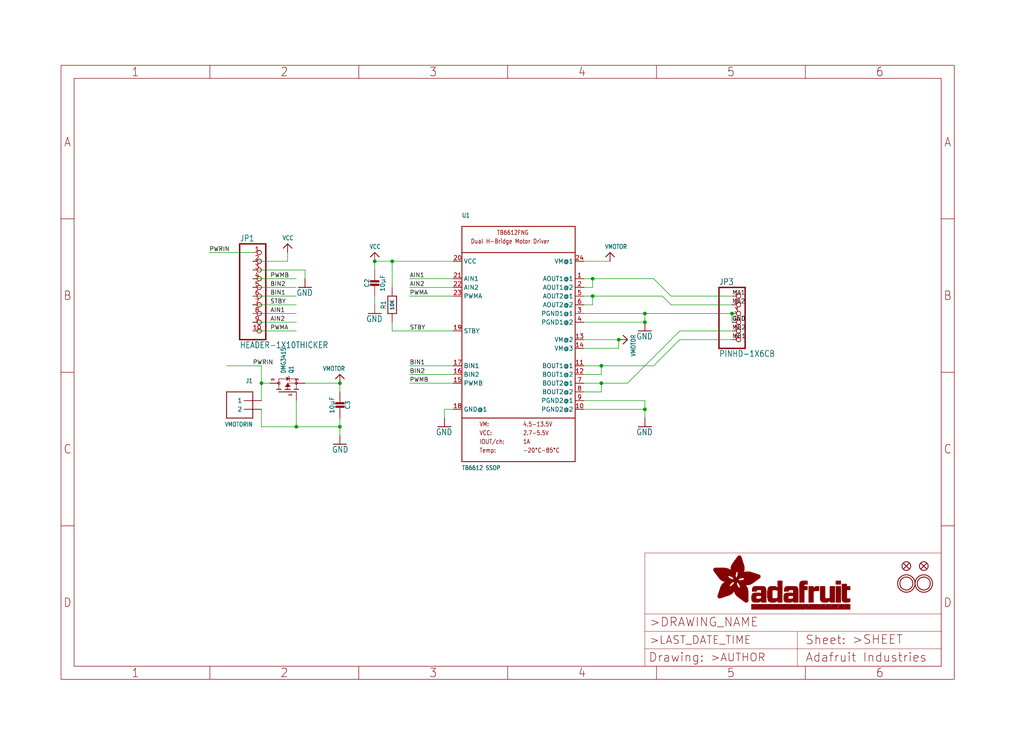
<source format=kicad_sch>
(kicad_sch (version 20211123) (generator eeschema)
  (paper "User" 298.45 217.881)
  (lib_symbols
    (symbol "eagleSchem-eagle-import:CAP_CERAMIC0805-NOOUTLINE"
      (property "Reference" "C" (at -2.29 1.25 90))
      (property "Value" "CAP_CERAMIC0805-NOOUTLINE" (at 2.3 1.25 90))
      (symbol "CAP_CERAMIC0805-NOOUTLINE_1_0"
        (pin passive line (at 0 5.08 270) (length 2.54) (name "1") (number "1"))
        (pin passive line (at 0 -2.54 90) (length 2.54) (name "2") (number "2"))
      )
    )
    (symbol "eagleSchem-eagle-import:FIDUCIAL{dblquote}{dblquote}")
    (symbol "eagleSchem-eagle-import:FRAME_A4_ADAFRUIT"
      (symbol "FRAME_A4_ADAFRUIT_0_0"
        (text "1" (at 21.6958 1.905 0) (effects (font (size 2.54 2.286))))
        (text "1" (at 21.6958 177.165 0) (effects (font (size 2.54 2.286))))
        (text "2" (at 65.0875 1.905 0) (effects (font (size 2.54 2.286))))
        (text "2" (at 65.0875 177.165 0) (effects (font (size 2.54 2.286))))
        (text "3" (at 108.4792 1.905 0) (effects (font (size 2.54 2.286))))
        (text "3" (at 108.4792 177.165 0) (effects (font (size 2.54 2.286))))
        (text "4" (at 151.8708 1.905 0) (effects (font (size 2.54 2.286))))
        (text "4" (at 151.8708 177.165 0) (effects (font (size 2.54 2.286))))
        (text "5" (at 195.2625 1.905 0) (effects (font (size 2.54 2.286))))
        (text "5" (at 195.2625 177.165 0) (effects (font (size 2.54 2.286))))
        (text "6" (at 238.6542 1.905 0) (effects (font (size 2.54 2.286))))
        (text "6" (at 238.6542 177.165 0) (effects (font (size 2.54 2.286))))
        (text "A" (at 1.905 156.6863 0) (effects (font (size 2.54 2.286))))
        (text "A" (at 258.445 156.6863 0) (effects (font (size 2.54 2.286))))
        (text "B" (at 1.905 111.9188 0) (effects (font (size 2.54 2.286))))
        (text "B" (at 258.445 111.9188 0) (effects (font (size 2.54 2.286))))
        (text "C" (at 1.905 67.1513 0) (effects (font (size 2.54 2.286))))
        (text "C" (at 258.445 67.1513 0) (effects (font (size 2.54 2.286))))
        (text "D" (at 1.905 22.3838 0) (effects (font (size 2.54 2.286))))
        (text "D" (at 258.445 22.3838 0) (effects (font (size 2.54 2.286))))
      )
      (symbol "FRAME_A4_ADAFRUIT_1_0"
        (text ">AUTHOR" (at 189.23 5.08 0) (effects (font (size 2.286 2.286)) (justify left bottom)))
        (text ">DRAWING_NAME" (at 171.45 15.24 0) (effects (font (size 2.54 2.54)) (justify left bottom)))
        (text ">LAST_DATE_TIME" (at 171.45 10.16 0) (effects (font (size 2.286 2.286)) (justify left bottom)))
        (text ">SHEET" (at 230.505 10.16 0) (effects (font (size 2.54 2.54)) (justify left bottom)))
        (text "Adafruit Industries" (at 216.916 4.953 0) (effects (font (size 2.54 2.54)) (justify left bottom)))
        (text "Drawing:" (at 171.196 4.953 0) (effects (font (size 2.54 2.54)) (justify left bottom)))
        (text "Sheet:" (at 216.916 10.033 0) (effects (font (size 2.54 2.54)) (justify left bottom)))
      )
    )
    (symbol "eagleSchem-eagle-import:GND" (power)
      (property "Value" "GND" (at -2.54 -2.54 0))
      (symbol "GND_1_0"
        (pin power_in line (at 0 2.54 270) (length 2.54) (name "GND") (number "1"))
      )
    )
    (symbol "eagleSchem-eagle-import:HEADER-1X10THICKER"
      (property "Reference" "JP" (at -6.35 13.335 0))
      (property "Value" "HEADER-1X10THICKER" (at -6.35 -17.78 0))
      (symbol "HEADER-1X10THICKER_1_0"
        (pin passive inverted (at -2.54 10.16 0) (length 2.54) (name "1") (number "1"))
        (pin passive inverted (at -2.54 -12.7 0) (length 2.54) (name "10") (number "10"))
        (pin passive inverted (at -2.54 7.62 0) (length 2.54) (name "2") (number "2"))
        (pin passive inverted (at -2.54 5.08 0) (length 2.54) (name "3") (number "3"))
        (pin passive inverted (at -2.54 2.54 0) (length 2.54) (name "4") (number "4"))
        (pin passive inverted (at -2.54 0 0) (length 2.54) (name "5") (number "5"))
        (pin passive inverted (at -2.54 -2.54 0) (length 2.54) (name "6") (number "6"))
        (pin passive inverted (at -2.54 -5.08 0) (length 2.54) (name "7") (number "7"))
        (pin passive inverted (at -2.54 -7.62 0) (length 2.54) (name "8") (number "8"))
        (pin passive inverted (at -2.54 -10.16 0) (length 2.54) (name "9") (number "9"))
      )
    )
    (symbol "eagleSchem-eagle-import:MOSFET-PWIDE"
      (property "Reference" "Q" (at 2.794 0.381 0))
      (property "Value" "MOSFET-PWIDE" (at 2.794 -1.905 0))
      (symbol "MOSFET-PWIDE_1_0"
        (text "D" (at 0.635 -3.81 0) (effects (font (size 0.8128 0.6908)) (justify left bottom)))
        (text "G" (at -3.81 1.27 0) (effects (font (size 0.8128 0.6908)) (justify left bottom)))
        (text "S" (at 0.635 3.175 0) (effects (font (size 0.8128 0.6908)) (justify left bottom)))
        (pin passive line (at -5.08 2.54 0) (length 2.54) (name "G") (number "1"))
        (pin passive line (at 0 5.08 270) (length 2.54) (name "S") (number "2"))
        (pin passive line (at 0 -5.08 90) (length 2.54) (name "D") (number "3"))
      )
    )
    (symbol "eagleSchem-eagle-import:MOUNTINGHOLE2.5")
    (symbol "eagleSchem-eagle-import:PINHD-1X6CB"
      (property "Reference" "JP" (at -6.35 10.795 0))
      (property "Value" "PINHD-1X6CB" (at -6.35 -10.16 0))
      (symbol "PINHD-1X6CB_1_0"
        (pin passive inverted (at -2.54 7.62 0) (length 2.54) (name "1") (number "1"))
        (pin passive inverted (at -2.54 5.08 0) (length 2.54) (name "2") (number "2"))
        (pin passive inverted (at -2.54 2.54 0) (length 2.54) (name "3") (number "3"))
        (pin passive inverted (at -2.54 0 0) (length 2.54) (name "4") (number "4"))
        (pin passive inverted (at -2.54 -2.54 0) (length 2.54) (name "5") (number "5"))
        (pin passive inverted (at -2.54 -5.08 0) (length 2.54) (name "6") (number "6"))
      )
    )
    (symbol "eagleSchem-eagle-import:RESISTOR0805_NOOUTLINE"
      (property "Reference" "R" (at 0 2.54 0))
      (property "Value" "RESISTOR0805_NOOUTLINE" (at 0 0 0))
      (symbol "RESISTOR0805_NOOUTLINE_1_0"
        (pin passive line (at -5.08 0 0) (length 2.54) (name "1") (number "1"))
        (pin passive line (at 5.08 0 180) (length 2.54) (name "2") (number "2"))
      )
    )
    (symbol "eagleSchem-eagle-import:TB6612FNGSSOP"
      (property "Reference" "U" (at -15.24 35.56 0))
      (property "Value" "TB6612FNGSSOP" (at -15.24 -38.1 0))
      (symbol "TB6612FNGSSOP_1_0"
        (text "-20°C-85°C" (at 2.54 -33.02 0) (effects (font (size 1.27 1.0795)) (justify left bottom)))
        (text "1A" (at 2.54 -30.48 0) (effects (font (size 1.27 1.0795)) (justify left bottom)))
        (text "2.7-5.5V" (at 2.54 -27.94 0) (effects (font (size 1.27 1.0795)) (justify left bottom)))
        (text "4.5-13.5V" (at 2.54 -25.4 0) (effects (font (size 1.27 1.0795)) (justify left bottom)))
        (text "Dual H-Bridge Motor Driver" (at -12.7 27.94 0) (effects (font (size 1.27 1.0795)) (justify left bottom)))
        (text "IOUT/ch:" (at -10.16 -30.48 0) (effects (font (size 1.27 1.0795)) (justify left bottom)))
        (text "TB6612FNG" (at -5.08 30.48 0) (effects (font (size 1.27 1.0795)) (justify left bottom)))
        (text "Temp:" (at -10.16 -33.02 0) (effects (font (size 1.27 1.0795)) (justify left bottom)))
        (text "VCC:" (at -10.16 -27.94 0) (effects (font (size 1.27 1.0795)) (justify left bottom)))
        (text "VM:" (at -10.16 -25.4 0) (effects (font (size 1.27 1.0795)) (justify left bottom)))
        (pin output line (at 20.32 17.78 180) (length 2.54) (name "AOUT1@1") (number "1"))
        (pin power_in line (at 20.32 -20.32 180) (length 2.54) (name "PGND2@2") (number "10"))
        (pin output line (at 20.32 -7.62 180) (length 2.54) (name "BOUT1@1") (number "11"))
        (pin output line (at 20.32 -10.16 180) (length 2.54) (name "BOUT1@2") (number "12"))
        (pin power_in line (at 20.32 0 180) (length 2.54) (name "VM@2") (number "13"))
        (pin power_in line (at 20.32 -2.54 180) (length 2.54) (name "VM@3") (number "14"))
        (pin input line (at -17.78 -12.7 0) (length 2.54) (name "PWMB") (number "15"))
        (pin input line (at -17.78 -10.16 0) (length 2.54) (name "BIN2") (number "16"))
        (pin input line (at -17.78 -7.62 0) (length 2.54) (name "BIN1") (number "17"))
        (pin power_in line (at -17.78 -20.32 0) (length 2.54) (name "GND@1") (number "18"))
        (pin input line (at -17.78 2.54 0) (length 2.54) (name "STBY") (number "19"))
        (pin output line (at 20.32 15.24 180) (length 2.54) (name "AOUT1@2") (number "2"))
        (pin power_in line (at -17.78 22.86 0) (length 2.54) (name "VCC") (number "20"))
        (pin input line (at -17.78 17.78 0) (length 2.54) (name "AIN1") (number "21"))
        (pin input line (at -17.78 15.24 0) (length 2.54) (name "AIN2") (number "22"))
        (pin input line (at -17.78 12.7 0) (length 2.54) (name "PWMA") (number "23"))
        (pin power_in line (at 20.32 22.86 180) (length 2.54) (name "VM@1") (number "24"))
        (pin power_in line (at 20.32 7.62 180) (length 2.54) (name "PGND1@1") (number "3"))
        (pin power_in line (at 20.32 5.08 180) (length 2.54) (name "PGND1@2") (number "4"))
        (pin output line (at 20.32 12.7 180) (length 2.54) (name "AOUT2@1") (number "5"))
        (pin output line (at 20.32 10.16 180) (length 2.54) (name "AOUT2@2") (number "6"))
        (pin output line (at 20.32 -12.7 180) (length 2.54) (name "BOUT2@1") (number "7"))
        (pin output line (at 20.32 -15.24 180) (length 2.54) (name "BOUT2@2") (number "8"))
        (pin power_in line (at 20.32 -17.78 180) (length 2.54) (name "PGND2@1") (number "9"))
      )
    )
    (symbol "eagleSchem-eagle-import:TERMBLOCK_1X2"
      (property "Reference" "X" (at -2.54 7.62 0))
      (property "Value" "TERMBLOCK_1X2" (at -2.54 -5.08 0))
      (symbol "TERMBLOCK_1X2_1_0"
        (pin passive line (at -5.08 2.54 0) (length 5.08) (name "1") (number "1"))
        (pin passive line (at -5.08 0 0) (length 5.08) (name "2") (number "2"))
      )
    )
    (symbol "eagleSchem-eagle-import:VCC" (power)
      (property "Value" "VCC" (at -1.524 1.016 0))
      (symbol "VCC_1_0"
        (pin power_in line (at 0 -2.54 90) (length 2.54) (name "VCC") (number "1"))
      )
    )
    (symbol "eagleSchem-eagle-import:VMOTOR" (power)
      (property "Value" "VMOTOR" (at -1.524 1.016 0))
      (symbol "VMOTOR_1_0"
        (pin power_in line (at 0 -2.54 90) (length 2.54) (name "VMOTOR") (number "1"))
      )
    )
  )
  (junction (at 180.34 99.06))
  (junction (at 187.96 91.44))
  (junction (at 172.72 86.36))
  (junction (at 76.2 111.76))
  (junction (at 172.72 81.28))
  (junction (at 175.26 106.68))
  (junction (at 114.3 76.2))
  (junction (at 175.26 111.76))
  (junction (at 213.36 91.44))
  (junction (at 99.06 124.46))
  (junction (at 109.22 76.2))
  (junction (at 86.36 124.46))
  (junction (at 187.96 93.98))
  (junction (at 187.96 119.38))
  (junction (at 99.06 111.76))
  (wire (pts (xy 180.34 101.6) (xy 180.34 99.06)))
  (wire (pts (xy 99.06 111.76) (xy 99.06 114.3)))
  (wire (pts (xy 170.18 116.84) (xy 187.96 116.84)))
  (wire (pts (xy 88.9 78.74) (xy 88.9 81.28)))
  (wire (pts (xy 187.96 91.44) (xy 213.36 91.44)))
  (wire (pts (xy 114.3 93.98) (xy 114.3 96.52)))
  (wire (pts (xy 99.06 121.92) (xy 99.06 124.46)))
  (wire (pts (xy 132.08 76.2) (xy 114.3 76.2)))
  (wire (pts (xy 170.18 101.6) (xy 180.34 101.6)))
  (wire (pts (xy 182.88 111.76) (xy 198.12 96.52)))
  (wire (pts (xy 73.66 88.9) (xy 86.36 88.9)))
  (wire (pts (xy 86.36 116.84) (xy 86.36 124.46)))
  (wire (pts (xy 99.06 124.46) (xy 99.06 127)))
  (wire (pts (xy 170.18 114.3) (xy 175.26 114.3)))
  (wire (pts (xy 195.58 88.9) (xy 213.36 88.9)))
  (wire (pts (xy 73.66 83.82) (xy 86.36 83.82)))
  (wire (pts (xy 132.08 111.76) (xy 119.38 111.76)))
  (wire (pts (xy 132.08 81.28) (xy 119.38 81.28)))
  (wire (pts (xy 132.08 83.82) (xy 119.38 83.82)))
  (wire (pts (xy 187.96 116.84) (xy 187.96 119.38)))
  (wire (pts (xy 198.12 99.06) (xy 213.36 99.06)))
  (wire (pts (xy 175.26 109.22) (xy 175.26 106.68)))
  (wire (pts (xy 170.18 86.36) (xy 172.72 86.36)))
  (wire (pts (xy 170.18 93.98) (xy 187.96 93.98)))
  (wire (pts (xy 175.26 106.68) (xy 190.5 106.68)))
  (wire (pts (xy 170.18 83.82) (xy 172.72 83.82)))
  (wire (pts (xy 190.5 106.68) (xy 198.12 99.06)))
  (wire (pts (xy 175.26 111.76) (xy 182.88 111.76)))
  (wire (pts (xy 170.18 88.9) (xy 172.72 88.9)))
  (wire (pts (xy 172.72 88.9) (xy 172.72 86.36)))
  (wire (pts (xy 73.66 86.36) (xy 86.36 86.36)))
  (wire (pts (xy 190.5 81.28) (xy 195.58 86.36)))
  (wire (pts (xy 187.96 119.38) (xy 187.96 121.92)))
  (wire (pts (xy 175.26 114.3) (xy 175.26 111.76)))
  (wire (pts (xy 73.66 96.52) (xy 86.36 96.52)))
  (wire (pts (xy 170.18 109.22) (xy 175.26 109.22)))
  (wire (pts (xy 213.36 93.98) (xy 213.36 91.44)))
  (wire (pts (xy 73.66 81.28) (xy 86.36 81.28)))
  (wire (pts (xy 73.66 76.2) (xy 83.82 76.2)))
  (wire (pts (xy 73.66 73.66) (xy 60.96 73.66)))
  (wire (pts (xy 109.22 86.36) (xy 109.22 88.9)))
  (wire (pts (xy 172.72 83.82) (xy 172.72 81.28)))
  (wire (pts (xy 132.08 119.38) (xy 129.54 119.38)))
  (wire (pts (xy 170.18 91.44) (xy 187.96 91.44)))
  (wire (pts (xy 88.9 111.76) (xy 99.06 111.76)))
  (wire (pts (xy 172.72 86.36) (xy 193.04 86.36)))
  (wire (pts (xy 172.72 81.28) (xy 190.5 81.28)))
  (wire (pts (xy 170.18 106.68) (xy 175.26 106.68)))
  (wire (pts (xy 109.22 78.74) (xy 109.22 76.2)))
  (wire (pts (xy 73.66 91.44) (xy 86.36 91.44)))
  (wire (pts (xy 187.96 91.44) (xy 187.96 93.98)))
  (wire (pts (xy 132.08 96.52) (xy 114.3 96.52)))
  (wire (pts (xy 170.18 76.2) (xy 177.8 76.2)))
  (wire (pts (xy 129.54 119.38) (xy 129.54 121.92)))
  (wire (pts (xy 73.66 78.74) (xy 88.9 78.74)))
  (wire (pts (xy 76.2 119.38) (xy 76.2 124.46)))
  (wire (pts (xy 76.2 124.46) (xy 86.36 124.46)))
  (wire (pts (xy 76.2 111.76) (xy 76.2 116.84)))
  (wire (pts (xy 193.04 86.36) (xy 195.58 88.9)))
  (wire (pts (xy 86.36 124.46) (xy 99.06 124.46)))
  (wire (pts (xy 170.18 81.28) (xy 172.72 81.28)))
  (wire (pts (xy 198.12 96.52) (xy 213.36 96.52)))
  (wire (pts (xy 170.18 99.06) (xy 180.34 99.06)))
  (wire (pts (xy 132.08 86.36) (xy 119.38 86.36)))
  (wire (pts (xy 114.3 76.2) (xy 109.22 76.2)))
  (wire (pts (xy 195.58 86.36) (xy 213.36 86.36)))
  (wire (pts (xy 76.2 106.68) (xy 76.2 111.76)))
  (wire (pts (xy 114.3 83.82) (xy 114.3 76.2)))
  (wire (pts (xy 132.08 109.22) (xy 119.38 109.22)))
  (wire (pts (xy 132.08 106.68) (xy 119.38 106.68)))
  (wire (pts (xy 66.04 106.68) (xy 76.2 106.68)))
  (wire (pts (xy 73.66 93.98) (xy 86.36 93.98)))
  (wire (pts (xy 170.18 111.76) (xy 175.26 111.76)))
  (wire (pts (xy 170.18 119.38) (xy 187.96 119.38)))
  (wire (pts (xy 78.74 111.76) (xy 76.2 111.76)))
  (wire (pts (xy 83.82 76.2) (xy 83.82 73.66)))
  (label "GND" (at 213.36 93.98 0) (effects (font (size 1.2446 1.2446))))
  (label "PWMA" (at 78.74 96.52 0) (effects (font (size 1.2446 1.2446))))
  (label "MA2" (at 213.36 88.9 0) (effects (font (size 1.2446 1.2446))))
  (label "MB1" (at 213.36 99.06 0) (effects (font (size 1.2446 1.2446))))
  (label "AIN1" (at 78.74 91.44 0) (effects (font (size 1.2446 1.2446))))
  (label "STBY" (at 78.74 88.9 0) (effects (font (size 1.2446 1.2446))))
  (label "PWMA" (at 119.38 86.36 0) (effects (font (size 1.2446 1.2446))))
  (label "MA1" (at 213.36 86.36 0) (effects (font (size 1.2446 1.2446))))
  (label "STBY" (at 119.38 96.52 0) (effects (font (size 1.2446 1.2446))))
  (label "PWRIN" (at 60.96 73.66 0) (effects (font (size 1.2446 1.2446))))
  (label "BIN2" (at 78.74 83.82 0) (effects (font (size 1.2446 1.2446))))
  (label "BIN1" (at 119.38 106.68 0) (effects (font (size 1.2446 1.2446))))
  (label "PWMB" (at 119.38 111.76 0) (effects (font (size 1.2446 1.2446))))
  (label "AIN2" (at 78.74 93.98 0) (effects (font (size 1.2446 1.2446))))
  (label "AIN2" (at 119.38 83.82 0) (effects (font (size 1.2446 1.2446))))
  (label "MB2" (at 213.36 96.52 0) (effects (font (size 1.2446 1.2446))))
  (label "BIN2" (at 119.38 109.22 0) (effects (font (size 1.2446 1.2446))))
  (label "PWRIN" (at 73.66 106.68 0) (effects (font (size 1.2446 1.2446))))
  (label "BIN1" (at 78.74 86.36 0) (effects (font (size 1.2446 1.2446))))
  (label "PWMB" (at 78.74 81.28 0) (effects (font (size 1.2446 1.2446))))
  (label "GND" (at 213.36 93.98 0) (effects (font (size 1.2446 1.2446))))
  (label "AIN1" (at 119.38 81.28 0) (effects (font (size 1.2446 1.2446))))
  (symbol (lib_id "eagleSchem-eagle-import:TB6612FNGSSOP") (at 149.86 99.06 0) (unit 1)
    (property "Reference" "U1" (at 134.62 63.5 0) (effects (font (size 1.27 1.0795)) (justify left bottom)))
    (property "Value" "TB6612 SSOP" (at 134.62 137.16 0) (effects (font (size 1.27 1.0795)) (justify left bottom)))
    (property "Footprint" "eagleSchem:SSOP24" (effects hide))
  )
  (symbol (lib_id "eagleSchem-eagle-import:GND") (at 109.22 91.44 0) (unit 1)
    (property "Reference" "#GND2" (effects hide))
    (property "Value" "GND" (at 106.68 93.98 0) (effects (font (size 1.778 1.5113)) (justify left bottom)))
    (property "Footprint" "eagleSchem:" (effects hide))
  )
  (symbol (lib_id "eagleSchem-eagle-import:MOUNTINGHOLE2.5") (at 269.24 170.18 0) (unit 1)
    (property "Reference" "U$13" (effects hide))
    (property "Value" "MOUNTINGHOLE2.5" (effects hide))
    (property "Footprint" "eagleSchem:MOUNTINGHOLE_2.5_PLATED" (effects hide))
  )
  (symbol (lib_id "eagleSchem-eagle-import:MOUNTINGHOLE2.5") (at 264.16 170.18 0) (unit 1)
    (property "Reference" "U$14" (effects hide))
    (property "Value" "MOUNTINGHOLE2.5" (effects hide))
    (property "Footprint" "eagleSchem:MOUNTINGHOLE_2.5_PLATED" (effects hide))
  )
  (symbol (lib_id "eagleSchem-eagle-import:VMOTOR") (at 177.8 73.66 0) (unit 1)
    (property "Reference" "#U$2" (effects hide))
    (property "Value" "VMOTOR" (at 176.276 72.644 0) (effects (font (size 1.27 1.0795)) (justify left bottom)))
    (property "Footprint" "eagleSchem:" (effects hide))
  )
  (symbol (lib_id "eagleSchem-eagle-import:CAP_CERAMIC0805-NOOUTLINE") (at 109.22 83.82 0) (unit 1)
    (property "Reference" "C2" (at 106.93 82.57 90))
    (property "Value" "10µF" (at 111.52 82.57 90))
    (property "Footprint" "eagleSchem:0805-NO" (effects hide))
  )
  (symbol (lib_id "eagleSchem-eagle-import:VMOTOR") (at 99.06 109.22 0) (mirror y) (unit 1)
    (property "Reference" "#U$5" (effects hide))
    (property "Value" "VMOTOR" (at 100.584 108.204 0) (effects (font (size 1.27 1.0795)) (justify left bottom)))
    (property "Footprint" "eagleSchem:" (effects hide))
  )
  (symbol (lib_id "eagleSchem-eagle-import:VMOTOR") (at 182.88 99.06 270) (unit 1)
    (property "Reference" "#U$3" (effects hide))
    (property "Value" "VMOTOR" (at 183.896 97.536 0) (effects (font (size 1.27 1.0795)) (justify left bottom)))
    (property "Footprint" "eagleSchem:" (effects hide))
  )
  (symbol (lib_id "eagleSchem-eagle-import:PINHD-1X6CB") (at 215.9 93.98 0) (unit 1)
    (property "Reference" "JP3" (at 209.55 83.185 0) (effects (font (size 1.778 1.5113)) (justify left bottom)))
    (property "Value" "PINHD-1X6CB" (at 209.55 104.14 0) (effects (font (size 1.778 1.5113)) (justify left bottom)))
    (property "Footprint" "eagleSchem:1X06-CLEANBIG" (effects hide))
  )
  (symbol (lib_id "eagleSchem-eagle-import:HEADER-1X10THICKER") (at 76.2 83.82 0) (unit 1)
    (property "Reference" "JP1" (at 69.85 70.485 0) (effects (font (size 1.778 1.5113)) (justify left bottom)))
    (property "Value" "HEADER-1X10THICKER" (at 69.85 101.6 0) (effects (font (size 1.778 1.5113)) (justify left bottom)))
    (property "Footprint" "eagleSchem:1X10_ROUND_76" (effects hide))
  )
  (symbol (lib_id "eagleSchem-eagle-import:VCC") (at 109.22 73.66 0) (unit 1)
    (property "Reference" "#P+1" (effects hide))
    (property "Value" "VCC" (at 107.696 72.644 0) (effects (font (size 1.27 1.0795)) (justify left bottom)))
    (property "Footprint" "eagleSchem:" (effects hide))
  )
  (symbol (lib_id "eagleSchem-eagle-import:VCC") (at 83.82 71.12 0) (unit 1)
    (property "Reference" "#P+3" (effects hide))
    (property "Value" "VCC" (at 82.296 70.104 0) (effects (font (size 1.27 1.0795)) (justify left bottom)))
    (property "Footprint" "eagleSchem:" (effects hide))
  )
  (symbol (lib_id "eagleSchem-eagle-import:RESISTOR0805_NOOUTLINE") (at 114.3 88.9 90) (unit 1)
    (property "Reference" "R1" (at 111.76 88.9 0))
    (property "Value" "10K" (at 114.3 88.9 0) (effects (font (size 1.016 1.016) bold)))
    (property "Footprint" "eagleSchem:0805-NO" (effects hide))
  )
  (symbol (lib_id "eagleSchem-eagle-import:TERMBLOCK_1X2") (at 71.12 119.38 0) (mirror y) (unit 1)
    (property "Reference" "J1" (at 73.66 111.76 0) (effects (font (size 1.27 1.0795)) (justify left bottom)))
    (property "Value" "VMOTORIN" (at 73.66 124.46 0) (effects (font (size 1.27 1.0795)) (justify left bottom)))
    (property "Footprint" "eagleSchem:TERMBLOCK_1X2-3.5MM" (effects hide))
  )
  (symbol (lib_id "eagleSchem-eagle-import:GND") (at 99.06 129.54 0) (mirror y) (unit 1)
    (property "Reference" "#GND7" (effects hide))
    (property "Value" "GND" (at 101.6 132.08 0) (effects (font (size 1.778 1.5113)) (justify left bottom)))
    (property "Footprint" "eagleSchem:" (effects hide))
  )
  (symbol (lib_id "eagleSchem-eagle-import:FIDUCIAL{dblquote}{dblquote}") (at 264.16 165.1 0) (unit 1)
    (property "Reference" "FID2" (effects hide))
    (property "Value" "FIDUCIAL{dblquote}{dblquote}" (effects hide))
    (property "Footprint" "eagleSchem:FIDUCIAL_1MM" (effects hide))
  )
  (symbol (lib_id "eagleSchem-eagle-import:GND") (at 88.9 83.82 0) (unit 1)
    (property "Reference" "#GND1" (effects hide))
    (property "Value" "GND" (at 86.36 86.36 0) (effects (font (size 1.778 1.5113)) (justify left bottom)))
    (property "Footprint" "eagleSchem:" (effects hide))
  )
  (symbol (lib_id "eagleSchem-eagle-import:GND") (at 187.96 124.46 0) (unit 1)
    (property "Reference" "#GND4" (effects hide))
    (property "Value" "GND" (at 185.42 127 0) (effects (font (size 1.778 1.5113)) (justify left bottom)))
    (property "Footprint" "eagleSchem:" (effects hide))
  )
  (symbol (lib_id "eagleSchem-eagle-import:GND") (at 187.96 96.52 0) (unit 1)
    (property "Reference" "#GND3" (effects hide))
    (property "Value" "GND" (at 185.42 99.06 0) (effects (font (size 1.778 1.5113)) (justify left bottom)))
    (property "Footprint" "eagleSchem:" (effects hide))
  )
  (symbol (lib_id "eagleSchem-eagle-import:FIDUCIAL{dblquote}{dblquote}") (at 269.24 165.1 0) (unit 1)
    (property "Reference" "FID1" (effects hide))
    (property "Value" "FIDUCIAL{dblquote}{dblquote}" (effects hide))
    (property "Footprint" "eagleSchem:FIDUCIAL_1MM" (effects hide))
  )
  (symbol (lib_id "eagleSchem-eagle-import:CAP_CERAMIC0805-NOOUTLINE") (at 99.06 119.38 0) (mirror y) (unit 1)
    (property "Reference" "C3" (at 101.35 118.13 90))
    (property "Value" "10µF" (at 96.76 118.13 90))
    (property "Footprint" "eagleSchem:0805-NO" (effects hide))
  )
  (symbol (lib_id "eagleSchem-eagle-import:FRAME_A4_ADAFRUIT") (at 17.78 198.12 0) (unit 1)
    (property "Reference" "#U$1" (effects hide))
    (property "Value" "FRAME_A4_ADAFRUIT" (effects hide))
    (property "Footprint" "eagleSchem:" (effects hide))
  )
  (symbol (lib_id "eagleSchem-eagle-import:GND") (at 129.54 124.46 0) (unit 1)
    (property "Reference" "#GND5" (effects hide))
    (property "Value" "GND" (at 127 127 0) (effects (font (size 1.778 1.5113)) (justify left bottom)))
    (property "Footprint" "eagleSchem:" (effects hide))
  )
  (symbol (lib_id "eagleSchem-eagle-import:MOSFET-PWIDE") (at 83.82 111.76 270) (mirror x) (unit 1)
    (property "Reference" "Q1" (at 84.201 108.966 0) (effects (font (size 1.27 1.0795)) (justify left bottom)))
    (property "Value" "DMG3415" (at 81.915 108.966 0) (effects (font (size 1.27 1.0795)) (justify left bottom)))
    (property "Footprint" "eagleSchem:SOT23-WIDE" (effects hide))
  )
)
</source>
